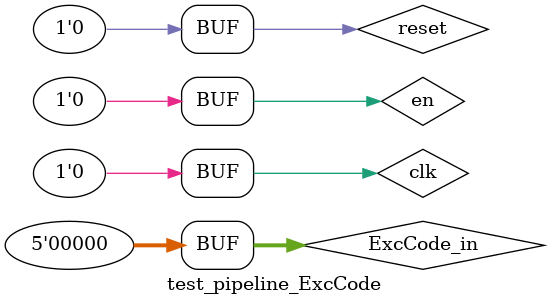
<source format=v>
`timescale 1ns / 1ps


module test_pipeline_ExcCode;

	// Inputs
	reg [6:2] ExcCode_in;
	reg reset;
	reg clk;
	reg en;

	// Outputs
	wire [6:2] ExcCode_out;

	// Instantiate the Unit Under Test (UUT)
	pipeline_ExcCode uut (
		.ExcCode_in(ExcCode_in), 
		.ExcCode_out(ExcCode_out), 
		.reset(reset), 
		.clk(clk), 
		.en(en)
	);

	initial begin
		// Initialize Inputs
		ExcCode_in = 0;
		reset = 0;
		clk = 0;
		en = 0;

		// Wait 100 ns for global reset to finish
		#100;
        
		// Add stimulus here

	end
      
endmodule


</source>
